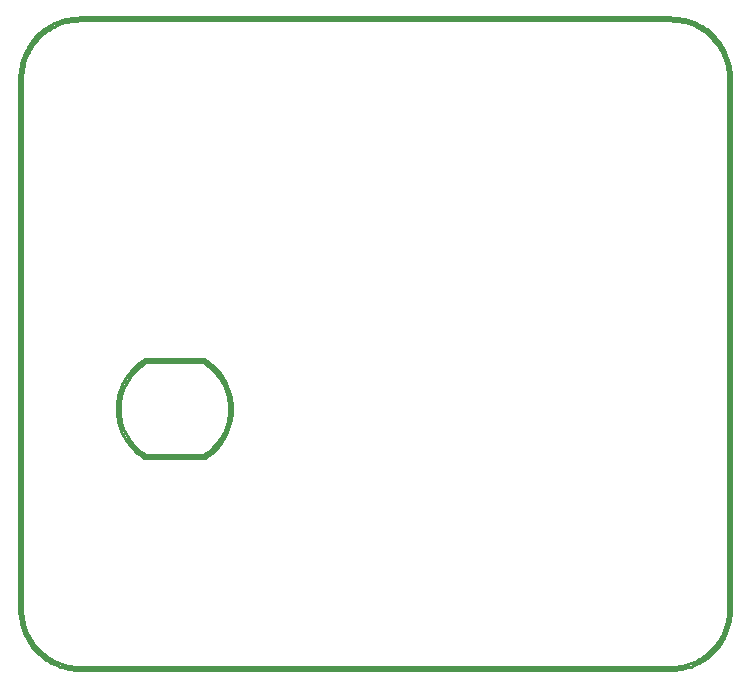
<source format=gko>
G04*
G04 #@! TF.GenerationSoftware,Altium Limited,Altium Designer,20.0.13 (296)*
G04*
G04 Layer_Color=16711935*
%FSLAX25Y25*%
%MOIN*%
G70*
G01*
G75*
%ADD13C,0.01000*%
D13*
X216538Y216035D02*
X216539D01*
X235720Y196855D02*
X235694Y197859D01*
X235615Y198860D01*
X235484Y199855D01*
X235301Y200843D01*
X235067Y201819D01*
X234782Y202782D01*
X234446Y203729D01*
X234062Y204656D01*
X233630Y205563D01*
X233150Y206445D01*
X232626Y207302D01*
X232057Y208129D01*
X231446Y208926D01*
X230793Y209689D01*
X230102Y210418D01*
X229374Y211109D01*
X228610Y211761D01*
X227813Y212373D01*
X226986Y212941D01*
X226129Y213466D01*
X225247Y213945D01*
X224340Y214377D01*
X223413Y214762D01*
X222466Y215097D01*
X221503Y215382D01*
X220527Y215616D01*
X219539Y215799D01*
X218544Y215930D01*
X217542Y216009D01*
X216539Y216035D01*
X216538D02*
X216539D01*
X236721Y196855D02*
X236696Y197845D01*
X236623Y198833D01*
X236502Y199816D01*
X236333Y200792D01*
X236116Y201758D01*
X235852Y202713D01*
X235541Y203654D01*
X235184Y204578D01*
X234783Y205483D01*
X234337Y206368D01*
X233849Y207230D01*
X233319Y208067D01*
X232749Y208877D01*
X232139Y209658D01*
X231492Y210408D01*
X230809Y211125D01*
X230092Y211808D01*
X229342Y212455D01*
X228561Y213065D01*
X227751Y213635D01*
X226914Y214165D01*
X226052Y214653D01*
X225167Y215098D01*
X224262Y215500D01*
X223338Y215856D01*
X222397Y216167D01*
X221442Y216431D01*
X220476Y216648D01*
X219500Y216817D01*
X218517Y216938D01*
X217529Y217011D01*
X216538Y217036D01*
X235720Y196853D02*
Y196853D01*
Y196853D02*
Y196855D01*
X236721Y196853D02*
Y196855D01*
X235720Y196853D02*
Y196853D01*
X70382Y86614D02*
X70357Y87594D01*
X70282Y88571D01*
X70157Y89543D01*
X69983Y90508D01*
X69760Y91462D01*
X69488Y92404D01*
X69169Y93331D01*
X68803Y94240D01*
X68391Y95129D01*
X67934Y95996D01*
X67433Y96839D01*
X66890Y97655D01*
X66307Y98442D01*
X65683Y99198D01*
X65022Y99922D01*
X64325Y100611D01*
X63594Y101263D01*
X62830Y101878D01*
X62036Y102452D01*
X61214Y102986D01*
Y102985D02*
X60953Y103059D01*
X60810Y71169D02*
X61664Y71736D01*
X62485Y72349D01*
X63269Y73008D01*
X64016Y73709D01*
X64722Y74452D01*
X65384Y75233D01*
X66002Y76050D01*
X66573Y76901D01*
X67095Y77782D01*
X67567Y78692D01*
X67987Y79626D01*
X68353Y80583D01*
X68665Y81559D01*
X68922Y82550D01*
X69123Y83555D01*
X69266Y84569D01*
X69353Y85590D01*
X69382Y86614D01*
X69353Y87638D01*
X69266Y88659D01*
X69123Y89673D01*
X68922Y90678D01*
X68665Y91670D01*
X68353Y92646D01*
X67987Y93602D01*
X67567Y94537D01*
X67095Y95446D01*
X66573Y96328D01*
X66002Y97178D01*
X65384Y97995D01*
X64722Y98776D01*
X64016Y99519D01*
X63269Y100221D01*
X62485Y100879D01*
X61664Y101493D01*
X60810Y102059D01*
X235720Y19699D02*
X235720Y19695D01*
X236721Y19696D02*
Y19696D01*
X235720Y19699D02*
X235720Y19695D01*
X236721Y19682D02*
X236721Y19696D01*
X236721Y19681D02*
Y19682D01*
Y19682D01*
Y19682D02*
Y19682D01*
X235720Y19682D02*
Y19682D01*
Y19682D02*
Y19682D01*
X216538Y-500D02*
X217529Y-476D01*
X218517Y-403D01*
X219500Y-282D01*
X220476Y-112D01*
X221442Y104D01*
X222397Y369D01*
X223338Y679D01*
X224262Y1036D01*
X225167Y1437D01*
X226052Y1883D01*
X226914Y2371D01*
X227751Y2901D01*
X228561Y3471D01*
X229342Y4080D01*
X230092Y4727D01*
X230809Y5410D01*
X231492Y6128D01*
X232139Y6878D01*
X232749Y7659D01*
X233319Y8469D01*
X233849Y9306D01*
X234337Y10167D01*
X234783Y11052D01*
X235184Y11958D01*
X235541Y12882D01*
X235852Y13823D01*
X236116Y14777D01*
X236333Y15744D01*
X236502Y16720D01*
X236623Y17703D01*
X236696Y18691D01*
X236721Y19681D01*
X61214Y70243D02*
X62036Y70776D01*
X62830Y71351D01*
X63594Y71965D01*
X64325Y72618D01*
X65022Y73306D01*
X65683Y74030D01*
X66307Y74787D01*
X66890Y75574D01*
X67433Y76390D01*
X67934Y77232D01*
X68391Y78099D01*
X68803Y78989D01*
X69169Y79898D01*
X69488Y80825D01*
X69760Y81766D01*
X69983Y82721D01*
X70157Y83685D01*
X70282Y84657D01*
X70357Y85634D01*
X70382Y86614D01*
X235720Y19682D02*
X235720Y19695D01*
X235720Y19682D02*
Y19682D01*
Y19681D02*
Y19682D01*
X60953Y70169D02*
X61214Y70243D01*
X216539Y500D02*
X217542Y526D01*
X218544Y605D01*
X219539Y736D01*
X220527Y919D01*
X221503Y1153D01*
X222466Y1439D01*
X223413Y1774D01*
X224340Y2158D01*
X225247Y2590D01*
X226129Y3070D01*
X226986Y3594D01*
X227813Y4163D01*
X228610Y4774D01*
X229374Y5426D01*
X230102Y6118D01*
X230793Y6846D01*
X231446Y7610D01*
X232057Y8406D01*
X232626Y9234D01*
X233151Y10090D01*
X233630Y10973D01*
X234062Y11879D01*
X234446Y12807D01*
X234782Y13754D01*
X235067Y14716D01*
X235301Y15693D01*
X235484Y16680D01*
X235615Y17676D01*
X235694Y18677D01*
X235720Y19681D01*
X216539Y500D02*
X216538D01*
X216539D02*
X216538D01*
X19685Y217036D02*
X19682Y217036D01*
X19682Y216035D02*
X19682D01*
X41410Y103059D02*
X41148Y102985D01*
X41552Y102059D02*
X40721Y101509D01*
X39921Y100914D01*
X39155Y100276D01*
X38425Y99597D01*
X37734Y98879D01*
X37082Y98124D01*
X36473Y97335D01*
X35908Y96514D01*
X35389Y95663D01*
X34918Y94785D01*
X34495Y93882D01*
X34122Y92958D01*
X33800Y92015D01*
X33531Y91055D01*
X33314Y90082D01*
X33151Y89099D01*
X33042Y88108D01*
X32987Y87112D01*
X32987Y86116D01*
X33042Y85120D01*
X33151Y84130D01*
X33314Y83146D01*
X33531Y82173D01*
X33800Y81214D01*
X34122Y80270D01*
X34495Y79346D01*
X34918Y78443D01*
X35389Y77565D01*
X35908Y76714D01*
X36473Y75893D01*
X37082Y75104D01*
X37734Y74349D01*
X38425Y73631D01*
X39155Y72953D01*
X39921Y72315D01*
X40721Y71720D01*
X41552Y71169D01*
X41148Y102986D02*
X40305Y102438D01*
X39492Y101847D01*
X38711Y101215D01*
X37964Y100542D01*
X37253Y99831D01*
X36581Y99084D01*
X35948Y98303D01*
X35357Y97490D01*
X34810Y96646D01*
X34307Y95776D01*
X33851Y94880D01*
X33442Y93962D01*
X33081Y93024D01*
X32771Y92067D01*
X32511Y91097D01*
X32302Y90113D01*
X32144Y89120D01*
X32039Y88121D01*
X31987Y87117D01*
Y86111D01*
X32039Y85108D01*
X32144Y84108D01*
X32302Y83115D01*
X32511Y82132D01*
X32771Y81161D01*
X33081Y80205D01*
X33442Y79266D01*
X33851Y78348D01*
X34307Y77452D01*
X34810Y76582D01*
X35357Y75739D01*
X35948Y74926D01*
X36581Y74144D01*
X37253Y73397D01*
X37964Y72686D01*
X38711Y72014D01*
X39492Y71381D01*
X40305Y70790D01*
X41148Y70243D01*
X19685Y217036D02*
X19682Y217036D01*
X19679Y216035D02*
X19682Y216035D01*
X19679Y216035D02*
X19682Y216035D01*
X19682Y217036D02*
X18692Y217011D01*
X17704Y216938D01*
X16721Y216817D01*
X15745Y216648D01*
X14778Y216431D01*
X13823Y216167D01*
X12883Y215856D01*
X11958Y215500D01*
X11053Y215098D01*
X10168Y214653D01*
X9306Y214165D01*
X8469Y213635D01*
X7659Y213064D01*
X6878Y212455D01*
X6128Y211808D01*
X5411Y211125D01*
X4728Y210407D01*
X4081Y209657D01*
X3471Y208876D01*
X2901Y208066D01*
X2371Y207229D01*
X1883Y206367D01*
X1437Y205483D01*
X1036Y204577D01*
X679Y203653D01*
X369Y202712D01*
X105Y201757D01*
X-112Y200791D01*
X-282Y199815D01*
X-403Y198832D01*
X-476Y197844D01*
X-500Y196853D01*
X19679Y216035D02*
X18675Y216009D01*
X17674Y215930D01*
X16679Y215799D01*
X15691Y215616D01*
X14715Y215381D01*
X13752Y215096D01*
X12805Y214761D01*
X11878Y214376D01*
X10971Y213944D01*
X10089Y213465D01*
X9233Y212940D01*
X8405Y212371D01*
X7609Y211760D01*
X6845Y211108D01*
X6117Y210416D01*
X5426Y209688D01*
X4774Y208924D01*
X4162Y208127D01*
X3594Y207300D01*
X3069Y206444D01*
X2590Y205561D01*
X2158Y204655D01*
X1774Y203727D01*
X1438Y202781D01*
X1153Y201818D01*
X919Y200841D01*
X736Y199854D01*
X605Y198858D01*
X526Y197857D01*
X500Y196853D01*
X19682Y216035D02*
X19679D01*
X500Y196853D02*
Y196853D01*
Y196853D02*
Y196853D01*
X41148Y70243D02*
X41410Y70169D01*
X19682Y500D02*
X19679Y500D01*
X19682Y-500D02*
X19685Y-500D01*
X19682Y500D02*
X19682D01*
X19682Y-500D02*
X19685Y-500D01*
X500Y19682D02*
Y19682D01*
X-500D02*
X-476Y18692D01*
X-403Y17704D01*
X-282Y16721D01*
X-112Y15745D01*
X105Y14778D01*
X369Y13823D01*
X679Y12883D01*
X1036Y11958D01*
X1437Y11053D01*
X1883Y10168D01*
X2371Y9306D01*
X2901Y8469D01*
X3471Y7659D01*
X4081Y6878D01*
X4728Y6128D01*
X5411Y5411D01*
X6128Y4728D01*
X6878Y4081D01*
X7659Y3471D01*
X8469Y2901D01*
X9306Y2371D01*
X10168Y1883D01*
X11053Y1437D01*
X11958Y1036D01*
X12883Y679D01*
X13823Y369D01*
X14778Y105D01*
X15745Y-112D01*
X16721Y-282D01*
X17704Y-403D01*
X18692Y-476D01*
X19682Y-500D01*
X19682Y500D02*
X19679Y500D01*
X500Y19682D02*
Y19682D01*
X19679Y500D02*
X19682D01*
X500Y19682D02*
X526Y18678D01*
X605Y17677D01*
X736Y16681D01*
X919Y15694D01*
X1153Y14718D01*
X1438Y13755D01*
X1774Y12808D01*
X2158Y11881D01*
X2590Y10974D01*
X3069Y10092D01*
X3594Y9235D01*
X4162Y8408D01*
X4774Y7611D01*
X5426Y6848D01*
X6117Y6119D01*
X6845Y5428D01*
X7609Y4776D01*
X8405Y4164D01*
X9233Y3595D01*
X10089Y3071D01*
X10971Y2592D01*
X11878Y2159D01*
X12805Y1775D01*
X13752Y1439D01*
X14715Y1154D01*
X15691Y920D01*
X16679Y736D01*
X17674Y605D01*
X18675Y526D01*
X19679Y500D01*
X41410Y103059D02*
X60953D01*
X41552Y102059D02*
X60810D01*
X236721Y19682D02*
Y196853D01*
Y19682D02*
Y19682D01*
X236721Y19696D02*
X236721Y19682D01*
X235720Y19699D02*
Y196853D01*
Y19682D02*
Y19699D01*
X235720Y19695D02*
X235720Y19682D01*
X19685Y217036D02*
X216538D01*
X19682D02*
X19685D01*
X19682Y216035D02*
X216538D01*
X41552Y71169D02*
X60810D01*
X41410Y70169D02*
X60953D01*
X19682Y500D02*
X216538D01*
X19685Y-500D02*
X216538D01*
X19682D02*
X19685D01*
X500Y19682D02*
X500Y196853D01*
X-500Y19682D02*
X-500Y196853D01*
M02*

</source>
